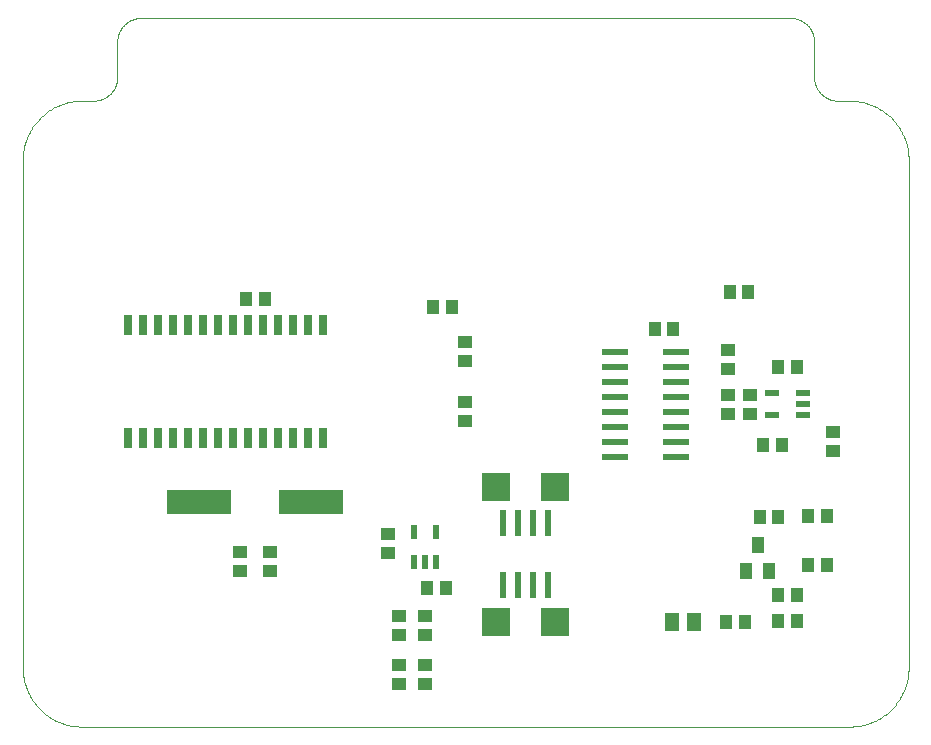
<source format=gtp>
G75*
%MOIN*%
%OFA0B0*%
%FSLAX25Y25*%
%IPPOS*%
%LPD*%
%AMOC8*
5,1,8,0,0,1.08239X$1,22.5*
%
%ADD10C,0.00394*%
%ADD11R,0.04331X0.05118*%
%ADD12R,0.03937X0.05512*%
%ADD13R,0.05118X0.06299*%
%ADD14R,0.04724X0.02165*%
%ADD15R,0.08661X0.02362*%
%ADD16R,0.02165X0.04724*%
%ADD17R,0.05118X0.04331*%
%ADD18R,0.02559X0.06693*%
%ADD19R,0.02362X0.08661*%
%ADD20R,0.09449X0.09449*%
%ADD21R,0.21654X0.07874*%
D10*
X0030185Y0010500D02*
X0286091Y0010500D01*
X0286567Y0010506D01*
X0287042Y0010523D01*
X0287517Y0010552D01*
X0287991Y0010592D01*
X0288464Y0010644D01*
X0288935Y0010707D01*
X0289405Y0010781D01*
X0289873Y0010867D01*
X0290339Y0010964D01*
X0290802Y0011072D01*
X0291262Y0011191D01*
X0291720Y0011322D01*
X0292174Y0011463D01*
X0292625Y0011616D01*
X0293071Y0011779D01*
X0293514Y0011953D01*
X0293952Y0012138D01*
X0294386Y0012333D01*
X0294815Y0012539D01*
X0295239Y0012755D01*
X0295658Y0012981D01*
X0296071Y0013217D01*
X0296478Y0013463D01*
X0296879Y0013719D01*
X0297273Y0013985D01*
X0297662Y0014260D01*
X0298043Y0014544D01*
X0298417Y0014837D01*
X0298785Y0015139D01*
X0299145Y0015451D01*
X0299497Y0015770D01*
X0299841Y0016098D01*
X0300178Y0016435D01*
X0300506Y0016779D01*
X0300825Y0017131D01*
X0301137Y0017491D01*
X0301439Y0017859D01*
X0301732Y0018233D01*
X0302016Y0018614D01*
X0302291Y0019003D01*
X0302557Y0019397D01*
X0302813Y0019798D01*
X0303059Y0020205D01*
X0303295Y0020618D01*
X0303521Y0021037D01*
X0303737Y0021461D01*
X0303943Y0021890D01*
X0304138Y0022324D01*
X0304323Y0022762D01*
X0304497Y0023205D01*
X0304660Y0023651D01*
X0304813Y0024102D01*
X0304954Y0024556D01*
X0305085Y0025014D01*
X0305204Y0025474D01*
X0305312Y0025937D01*
X0305409Y0026403D01*
X0305495Y0026871D01*
X0305569Y0027341D01*
X0305632Y0027812D01*
X0305684Y0028285D01*
X0305724Y0028759D01*
X0305753Y0029234D01*
X0305770Y0029709D01*
X0305776Y0030185D01*
X0305776Y0199476D01*
X0305770Y0199952D01*
X0305753Y0200427D01*
X0305724Y0200902D01*
X0305684Y0201376D01*
X0305632Y0201849D01*
X0305569Y0202320D01*
X0305495Y0202790D01*
X0305409Y0203258D01*
X0305312Y0203724D01*
X0305204Y0204187D01*
X0305085Y0204647D01*
X0304954Y0205105D01*
X0304813Y0205559D01*
X0304660Y0206010D01*
X0304497Y0206456D01*
X0304323Y0206899D01*
X0304138Y0207337D01*
X0303943Y0207771D01*
X0303737Y0208200D01*
X0303521Y0208624D01*
X0303295Y0209043D01*
X0303059Y0209456D01*
X0302813Y0209863D01*
X0302557Y0210264D01*
X0302291Y0210658D01*
X0302016Y0211047D01*
X0301732Y0211428D01*
X0301439Y0211802D01*
X0301137Y0212170D01*
X0300825Y0212530D01*
X0300506Y0212882D01*
X0300178Y0213226D01*
X0299841Y0213563D01*
X0299497Y0213891D01*
X0299145Y0214210D01*
X0298785Y0214522D01*
X0298417Y0214824D01*
X0298043Y0215117D01*
X0297662Y0215401D01*
X0297273Y0215676D01*
X0296879Y0215942D01*
X0296478Y0216198D01*
X0296071Y0216444D01*
X0295658Y0216680D01*
X0295239Y0216906D01*
X0294815Y0217122D01*
X0294386Y0217328D01*
X0293952Y0217523D01*
X0293514Y0217708D01*
X0293071Y0217882D01*
X0292625Y0218045D01*
X0292174Y0218198D01*
X0291720Y0218339D01*
X0291262Y0218470D01*
X0290802Y0218589D01*
X0290339Y0218697D01*
X0289873Y0218794D01*
X0289405Y0218880D01*
X0288935Y0218954D01*
X0288464Y0219017D01*
X0287991Y0219069D01*
X0287517Y0219109D01*
X0287042Y0219138D01*
X0286567Y0219155D01*
X0286091Y0219161D01*
X0282154Y0219161D01*
X0281964Y0219163D01*
X0281774Y0219170D01*
X0281584Y0219182D01*
X0281394Y0219198D01*
X0281205Y0219218D01*
X0281016Y0219244D01*
X0280828Y0219273D01*
X0280641Y0219308D01*
X0280455Y0219347D01*
X0280270Y0219390D01*
X0280085Y0219438D01*
X0279902Y0219490D01*
X0279721Y0219546D01*
X0279541Y0219607D01*
X0279362Y0219673D01*
X0279185Y0219742D01*
X0279009Y0219816D01*
X0278836Y0219894D01*
X0278664Y0219977D01*
X0278495Y0220063D01*
X0278327Y0220153D01*
X0278162Y0220248D01*
X0277999Y0220346D01*
X0277839Y0220449D01*
X0277681Y0220555D01*
X0277526Y0220665D01*
X0277373Y0220778D01*
X0277223Y0220896D01*
X0277077Y0221017D01*
X0276933Y0221141D01*
X0276792Y0221269D01*
X0276654Y0221400D01*
X0276519Y0221535D01*
X0276388Y0221673D01*
X0276260Y0221814D01*
X0276136Y0221958D01*
X0276015Y0222104D01*
X0275897Y0222254D01*
X0275784Y0222407D01*
X0275674Y0222562D01*
X0275568Y0222720D01*
X0275465Y0222880D01*
X0275367Y0223043D01*
X0275272Y0223208D01*
X0275182Y0223376D01*
X0275096Y0223545D01*
X0275013Y0223717D01*
X0274935Y0223890D01*
X0274861Y0224066D01*
X0274792Y0224243D01*
X0274726Y0224422D01*
X0274665Y0224602D01*
X0274609Y0224783D01*
X0274557Y0224966D01*
X0274509Y0225151D01*
X0274466Y0225336D01*
X0274427Y0225522D01*
X0274392Y0225709D01*
X0274363Y0225897D01*
X0274337Y0226086D01*
X0274317Y0226275D01*
X0274301Y0226465D01*
X0274289Y0226655D01*
X0274282Y0226845D01*
X0274280Y0227035D01*
X0274280Y0238846D01*
X0274278Y0239036D01*
X0274271Y0239226D01*
X0274259Y0239416D01*
X0274243Y0239606D01*
X0274223Y0239795D01*
X0274197Y0239984D01*
X0274168Y0240172D01*
X0274133Y0240359D01*
X0274094Y0240545D01*
X0274051Y0240730D01*
X0274003Y0240915D01*
X0273951Y0241098D01*
X0273895Y0241279D01*
X0273834Y0241459D01*
X0273768Y0241638D01*
X0273699Y0241815D01*
X0273625Y0241991D01*
X0273547Y0242164D01*
X0273464Y0242336D01*
X0273378Y0242505D01*
X0273288Y0242673D01*
X0273193Y0242838D01*
X0273095Y0243001D01*
X0272992Y0243161D01*
X0272886Y0243319D01*
X0272776Y0243474D01*
X0272663Y0243627D01*
X0272545Y0243777D01*
X0272424Y0243923D01*
X0272300Y0244067D01*
X0272172Y0244208D01*
X0272041Y0244346D01*
X0271906Y0244481D01*
X0271768Y0244612D01*
X0271627Y0244740D01*
X0271483Y0244864D01*
X0271337Y0244985D01*
X0271187Y0245103D01*
X0271034Y0245216D01*
X0270879Y0245326D01*
X0270721Y0245432D01*
X0270561Y0245535D01*
X0270398Y0245633D01*
X0270233Y0245728D01*
X0270065Y0245818D01*
X0269896Y0245904D01*
X0269724Y0245987D01*
X0269551Y0246065D01*
X0269375Y0246139D01*
X0269198Y0246208D01*
X0269019Y0246274D01*
X0268839Y0246335D01*
X0268658Y0246391D01*
X0268475Y0246443D01*
X0268290Y0246491D01*
X0268105Y0246534D01*
X0267919Y0246573D01*
X0267732Y0246608D01*
X0267544Y0246637D01*
X0267355Y0246663D01*
X0267166Y0246683D01*
X0266976Y0246699D01*
X0266786Y0246711D01*
X0266596Y0246718D01*
X0266406Y0246720D01*
X0049870Y0246720D01*
X0049680Y0246718D01*
X0049490Y0246711D01*
X0049300Y0246699D01*
X0049110Y0246683D01*
X0048921Y0246663D01*
X0048732Y0246637D01*
X0048544Y0246608D01*
X0048357Y0246573D01*
X0048171Y0246534D01*
X0047986Y0246491D01*
X0047801Y0246443D01*
X0047618Y0246391D01*
X0047437Y0246335D01*
X0047257Y0246274D01*
X0047078Y0246208D01*
X0046901Y0246139D01*
X0046725Y0246065D01*
X0046552Y0245987D01*
X0046380Y0245904D01*
X0046211Y0245818D01*
X0046043Y0245728D01*
X0045878Y0245633D01*
X0045715Y0245535D01*
X0045555Y0245432D01*
X0045397Y0245326D01*
X0045242Y0245216D01*
X0045089Y0245103D01*
X0044939Y0244985D01*
X0044793Y0244864D01*
X0044649Y0244740D01*
X0044508Y0244612D01*
X0044370Y0244481D01*
X0044235Y0244346D01*
X0044104Y0244208D01*
X0043976Y0244067D01*
X0043852Y0243923D01*
X0043731Y0243777D01*
X0043613Y0243627D01*
X0043500Y0243474D01*
X0043390Y0243319D01*
X0043284Y0243161D01*
X0043181Y0243001D01*
X0043083Y0242838D01*
X0042988Y0242673D01*
X0042898Y0242505D01*
X0042812Y0242336D01*
X0042729Y0242164D01*
X0042651Y0241991D01*
X0042577Y0241815D01*
X0042508Y0241638D01*
X0042442Y0241459D01*
X0042381Y0241279D01*
X0042325Y0241098D01*
X0042273Y0240915D01*
X0042225Y0240730D01*
X0042182Y0240545D01*
X0042143Y0240359D01*
X0042108Y0240172D01*
X0042079Y0239984D01*
X0042053Y0239795D01*
X0042033Y0239606D01*
X0042017Y0239416D01*
X0042005Y0239226D01*
X0041998Y0239036D01*
X0041996Y0238846D01*
X0041996Y0227035D01*
X0041994Y0226845D01*
X0041987Y0226655D01*
X0041975Y0226465D01*
X0041959Y0226275D01*
X0041939Y0226086D01*
X0041913Y0225897D01*
X0041884Y0225709D01*
X0041849Y0225522D01*
X0041810Y0225336D01*
X0041767Y0225151D01*
X0041719Y0224966D01*
X0041667Y0224783D01*
X0041611Y0224602D01*
X0041550Y0224422D01*
X0041484Y0224243D01*
X0041415Y0224066D01*
X0041341Y0223890D01*
X0041263Y0223717D01*
X0041180Y0223545D01*
X0041094Y0223376D01*
X0041004Y0223208D01*
X0040909Y0223043D01*
X0040811Y0222880D01*
X0040708Y0222720D01*
X0040602Y0222562D01*
X0040492Y0222407D01*
X0040379Y0222254D01*
X0040261Y0222104D01*
X0040140Y0221958D01*
X0040016Y0221814D01*
X0039888Y0221673D01*
X0039757Y0221535D01*
X0039622Y0221400D01*
X0039484Y0221269D01*
X0039343Y0221141D01*
X0039199Y0221017D01*
X0039053Y0220896D01*
X0038903Y0220778D01*
X0038750Y0220665D01*
X0038595Y0220555D01*
X0038437Y0220449D01*
X0038277Y0220346D01*
X0038114Y0220248D01*
X0037949Y0220153D01*
X0037781Y0220063D01*
X0037612Y0219977D01*
X0037440Y0219894D01*
X0037267Y0219816D01*
X0037091Y0219742D01*
X0036914Y0219673D01*
X0036735Y0219607D01*
X0036555Y0219546D01*
X0036374Y0219490D01*
X0036191Y0219438D01*
X0036006Y0219390D01*
X0035821Y0219347D01*
X0035635Y0219308D01*
X0035448Y0219273D01*
X0035260Y0219244D01*
X0035071Y0219218D01*
X0034882Y0219198D01*
X0034692Y0219182D01*
X0034502Y0219170D01*
X0034312Y0219163D01*
X0034122Y0219161D01*
X0030185Y0219161D01*
X0029709Y0219155D01*
X0029234Y0219138D01*
X0028759Y0219109D01*
X0028285Y0219069D01*
X0027812Y0219017D01*
X0027341Y0218954D01*
X0026871Y0218880D01*
X0026403Y0218794D01*
X0025937Y0218697D01*
X0025474Y0218589D01*
X0025014Y0218470D01*
X0024556Y0218339D01*
X0024102Y0218198D01*
X0023651Y0218045D01*
X0023205Y0217882D01*
X0022762Y0217708D01*
X0022324Y0217523D01*
X0021890Y0217328D01*
X0021461Y0217122D01*
X0021037Y0216906D01*
X0020618Y0216680D01*
X0020205Y0216444D01*
X0019798Y0216198D01*
X0019397Y0215942D01*
X0019003Y0215676D01*
X0018614Y0215401D01*
X0018233Y0215117D01*
X0017859Y0214824D01*
X0017491Y0214522D01*
X0017131Y0214210D01*
X0016779Y0213891D01*
X0016435Y0213563D01*
X0016098Y0213226D01*
X0015770Y0212882D01*
X0015451Y0212530D01*
X0015139Y0212170D01*
X0014837Y0211802D01*
X0014544Y0211428D01*
X0014260Y0211047D01*
X0013985Y0210658D01*
X0013719Y0210264D01*
X0013463Y0209863D01*
X0013217Y0209456D01*
X0012981Y0209043D01*
X0012755Y0208624D01*
X0012539Y0208200D01*
X0012333Y0207771D01*
X0012138Y0207337D01*
X0011953Y0206899D01*
X0011779Y0206456D01*
X0011616Y0206010D01*
X0011463Y0205559D01*
X0011322Y0205105D01*
X0011191Y0204647D01*
X0011072Y0204187D01*
X0010964Y0203724D01*
X0010867Y0203258D01*
X0010781Y0202790D01*
X0010707Y0202320D01*
X0010644Y0201849D01*
X0010592Y0201376D01*
X0010552Y0200902D01*
X0010523Y0200427D01*
X0010506Y0199952D01*
X0010500Y0199476D01*
X0010500Y0030185D01*
X0010506Y0029709D01*
X0010523Y0029234D01*
X0010552Y0028759D01*
X0010592Y0028285D01*
X0010644Y0027812D01*
X0010707Y0027341D01*
X0010781Y0026871D01*
X0010867Y0026403D01*
X0010964Y0025937D01*
X0011072Y0025474D01*
X0011191Y0025014D01*
X0011322Y0024556D01*
X0011463Y0024102D01*
X0011616Y0023651D01*
X0011779Y0023205D01*
X0011953Y0022762D01*
X0012138Y0022324D01*
X0012333Y0021890D01*
X0012539Y0021461D01*
X0012755Y0021037D01*
X0012981Y0020618D01*
X0013217Y0020205D01*
X0013463Y0019798D01*
X0013719Y0019397D01*
X0013985Y0019003D01*
X0014260Y0018614D01*
X0014544Y0018233D01*
X0014837Y0017859D01*
X0015139Y0017491D01*
X0015451Y0017131D01*
X0015770Y0016779D01*
X0016098Y0016435D01*
X0016435Y0016098D01*
X0016779Y0015770D01*
X0017131Y0015451D01*
X0017491Y0015139D01*
X0017859Y0014837D01*
X0018233Y0014544D01*
X0018614Y0014260D01*
X0019003Y0013985D01*
X0019397Y0013719D01*
X0019798Y0013463D01*
X0020205Y0013217D01*
X0020618Y0012981D01*
X0021037Y0012755D01*
X0021461Y0012539D01*
X0021890Y0012333D01*
X0022324Y0012138D01*
X0022762Y0011953D01*
X0023205Y0011779D01*
X0023651Y0011616D01*
X0024102Y0011463D01*
X0024556Y0011322D01*
X0025014Y0011191D01*
X0025474Y0011072D01*
X0025937Y0010964D01*
X0026403Y0010867D01*
X0026871Y0010781D01*
X0027341Y0010707D01*
X0027812Y0010644D01*
X0028285Y0010592D01*
X0028759Y0010552D01*
X0029234Y0010523D01*
X0029709Y0010506D01*
X0030185Y0010500D01*
D11*
X0145205Y0056642D03*
X0151504Y0056642D03*
X0244850Y0045500D03*
X0251150Y0045500D03*
X0262321Y0045559D03*
X0268620Y0045559D03*
X0268620Y0054309D03*
X0262321Y0054309D03*
X0272321Y0064309D03*
X0278620Y0064309D03*
X0278620Y0080559D03*
X0272321Y0080559D03*
X0262400Y0080500D03*
X0256100Y0080500D03*
X0257350Y0104250D03*
X0263650Y0104250D03*
X0262350Y0130500D03*
X0268650Y0130500D03*
X0252400Y0155500D03*
X0246100Y0155500D03*
X0227400Y0143000D03*
X0221100Y0143000D03*
X0153650Y0150500D03*
X0147350Y0150500D03*
X0091150Y0153000D03*
X0084850Y0153000D03*
D12*
X0251730Y0062478D03*
X0259211Y0062478D03*
X0255470Y0071140D03*
D13*
X0234240Y0045500D03*
X0226760Y0045500D03*
D14*
X0260382Y0114260D03*
X0260382Y0121740D03*
X0270618Y0121740D03*
X0270618Y0118000D03*
X0270618Y0114260D03*
D15*
X0228236Y0115500D03*
X0228236Y0110500D03*
X0228236Y0105500D03*
X0228236Y0100500D03*
X0207764Y0100500D03*
X0207764Y0105500D03*
X0207764Y0110500D03*
X0207764Y0115500D03*
X0207764Y0120500D03*
X0207764Y0125500D03*
X0207764Y0130500D03*
X0207764Y0135500D03*
X0228236Y0135500D03*
X0228236Y0130500D03*
X0228236Y0125500D03*
X0228236Y0120500D03*
D16*
X0148344Y0075510D03*
X0140864Y0075510D03*
X0140864Y0065274D03*
X0144604Y0065274D03*
X0148344Y0065274D03*
D17*
X0132104Y0068492D03*
X0132104Y0074791D03*
X0135854Y0047291D03*
X0135854Y0040992D03*
X0144604Y0040992D03*
X0144604Y0047291D03*
X0144604Y0031041D03*
X0144604Y0024742D03*
X0135854Y0024742D03*
X0135854Y0031041D03*
X0093000Y0062350D03*
X0093000Y0068650D03*
X0083000Y0068650D03*
X0083000Y0062350D03*
X0158000Y0112350D03*
X0158000Y0118650D03*
X0158000Y0132350D03*
X0158000Y0138650D03*
X0245500Y0136150D03*
X0245500Y0129850D03*
X0245500Y0121150D03*
X0245500Y0114850D03*
X0253000Y0114850D03*
X0253000Y0121150D03*
X0280500Y0108650D03*
X0280500Y0102350D03*
D18*
X0110500Y0106681D03*
X0105500Y0106681D03*
X0100500Y0106681D03*
X0095500Y0106681D03*
X0090500Y0106681D03*
X0085500Y0106681D03*
X0080500Y0106681D03*
X0075500Y0106681D03*
X0070500Y0106681D03*
X0065500Y0106681D03*
X0060500Y0106681D03*
X0055500Y0106681D03*
X0050500Y0106681D03*
X0045500Y0106681D03*
X0045500Y0144319D03*
X0050500Y0144319D03*
X0055500Y0144319D03*
X0060500Y0144319D03*
X0065500Y0144319D03*
X0070500Y0144319D03*
X0075500Y0144319D03*
X0080500Y0144319D03*
X0085500Y0144319D03*
X0090500Y0144319D03*
X0095500Y0144319D03*
X0100500Y0144319D03*
X0105500Y0144319D03*
X0110500Y0144319D03*
D19*
X0170500Y0078236D03*
X0175500Y0078236D03*
X0180500Y0078236D03*
X0185500Y0078236D03*
X0185500Y0057764D03*
X0180500Y0057764D03*
X0175500Y0057764D03*
X0170500Y0057764D03*
D20*
X0168157Y0045500D03*
X0187843Y0045500D03*
X0187843Y0090500D03*
X0168157Y0090500D03*
D21*
X0106701Y0085500D03*
X0069299Y0085500D03*
M02*

</source>
